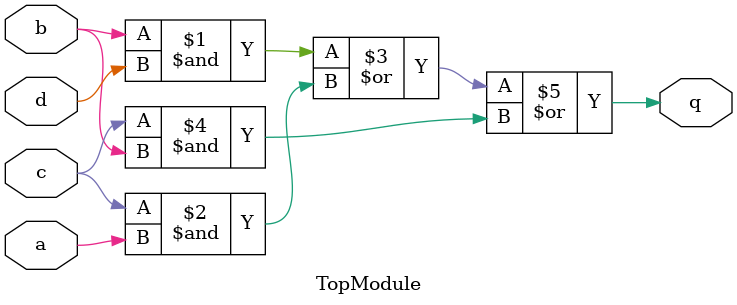
<source format=sv>
module TopModule (
    input logic a,  // Unsigned 1-bit input
    input logic b,  // Unsigned 1-bit input
    input logic c,  // Unsigned 1-bit input
    input logic d,  // Unsigned 1-bit input
    output logic q  // Unsigned 1-bit output
);

    assign q = (b & d) | (c & a) | (c & b);

endmodule
</source>
